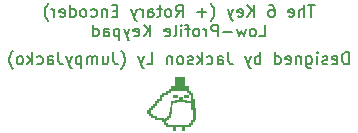
<source format=gbr>
%TF.GenerationSoftware,KiCad,Pcbnew,(5.1.10)-1*%
%TF.CreationDate,2022-07-13T10:10:06+10:00*%
%TF.ProjectId,6_key_lp_macropad,365f6b65-795f-46c7-905f-6d6163726f70,rev?*%
%TF.SameCoordinates,Original*%
%TF.FileFunction,Legend,Bot*%
%TF.FilePolarity,Positive*%
%FSLAX46Y46*%
G04 Gerber Fmt 4.6, Leading zero omitted, Abs format (unit mm)*
G04 Created by KiCad (PCBNEW (5.1.10)-1) date 2022-07-13 10:10:06*
%MOMM*%
%LPD*%
G01*
G04 APERTURE LIST*
%ADD10C,0.150000*%
%ADD11C,0.010000*%
G04 APERTURE END LIST*
D10*
X791915000Y56617619D02*
X791343571Y56617619D01*
X791629285Y55617619D02*
X791629285Y56617619D01*
X791010238Y55617619D02*
X791010238Y56617619D01*
X790581666Y55617619D02*
X790581666Y56141428D01*
X790629285Y56236666D01*
X790724523Y56284285D01*
X790867380Y56284285D01*
X790962619Y56236666D01*
X791010238Y56189047D01*
X789724523Y55665238D02*
X789819761Y55617619D01*
X790010238Y55617619D01*
X790105476Y55665238D01*
X790153095Y55760476D01*
X790153095Y56141428D01*
X790105476Y56236666D01*
X790010238Y56284285D01*
X789819761Y56284285D01*
X789724523Y56236666D01*
X789676904Y56141428D01*
X789676904Y56046190D01*
X790153095Y55950952D01*
X788057857Y56617619D02*
X788248333Y56617619D01*
X788343571Y56570000D01*
X788391190Y56522380D01*
X788486428Y56379523D01*
X788534047Y56189047D01*
X788534047Y55808095D01*
X788486428Y55712857D01*
X788438809Y55665238D01*
X788343571Y55617619D01*
X788153095Y55617619D01*
X788057857Y55665238D01*
X788010238Y55712857D01*
X787962619Y55808095D01*
X787962619Y56046190D01*
X788010238Y56141428D01*
X788057857Y56189047D01*
X788153095Y56236666D01*
X788343571Y56236666D01*
X788438809Y56189047D01*
X788486428Y56141428D01*
X788534047Y56046190D01*
X786772142Y55617619D02*
X786772142Y56617619D01*
X786200714Y55617619D02*
X786629285Y56189047D01*
X786200714Y56617619D02*
X786772142Y56046190D01*
X785391190Y55665238D02*
X785486428Y55617619D01*
X785676904Y55617619D01*
X785772142Y55665238D01*
X785819761Y55760476D01*
X785819761Y56141428D01*
X785772142Y56236666D01*
X785676904Y56284285D01*
X785486428Y56284285D01*
X785391190Y56236666D01*
X785343571Y56141428D01*
X785343571Y56046190D01*
X785819761Y55950952D01*
X785010238Y56284285D02*
X784772142Y55617619D01*
X784534047Y56284285D02*
X784772142Y55617619D01*
X784867380Y55379523D01*
X784915000Y55331904D01*
X785010238Y55284285D01*
X783105476Y55236666D02*
X783153095Y55284285D01*
X783248333Y55427142D01*
X783295952Y55522380D01*
X783343571Y55665238D01*
X783391190Y55903333D01*
X783391190Y56093809D01*
X783343571Y56331904D01*
X783295952Y56474761D01*
X783248333Y56570000D01*
X783153095Y56712857D01*
X783105476Y56760476D01*
X782724523Y55998571D02*
X781962619Y55998571D01*
X782343571Y55617619D02*
X782343571Y56379523D01*
X780153095Y55617619D02*
X780486428Y56093809D01*
X780724523Y55617619D02*
X780724523Y56617619D01*
X780343571Y56617619D01*
X780248333Y56570000D01*
X780200714Y56522380D01*
X780153095Y56427142D01*
X780153095Y56284285D01*
X780200714Y56189047D01*
X780248333Y56141428D01*
X780343571Y56093809D01*
X780724523Y56093809D01*
X779581666Y55617619D02*
X779676904Y55665238D01*
X779724523Y55712857D01*
X779772142Y55808095D01*
X779772142Y56093809D01*
X779724523Y56189047D01*
X779676904Y56236666D01*
X779581666Y56284285D01*
X779438809Y56284285D01*
X779343571Y56236666D01*
X779295952Y56189047D01*
X779248333Y56093809D01*
X779248333Y55808095D01*
X779295952Y55712857D01*
X779343571Y55665238D01*
X779438809Y55617619D01*
X779581666Y55617619D01*
X778962619Y56284285D02*
X778581666Y56284285D01*
X778819761Y56617619D02*
X778819761Y55760476D01*
X778772142Y55665238D01*
X778676904Y55617619D01*
X778581666Y55617619D01*
X777819761Y55617619D02*
X777819761Y56141428D01*
X777867380Y56236666D01*
X777962619Y56284285D01*
X778153095Y56284285D01*
X778248333Y56236666D01*
X777819761Y55665238D02*
X777915000Y55617619D01*
X778153095Y55617619D01*
X778248333Y55665238D01*
X778295952Y55760476D01*
X778295952Y55855714D01*
X778248333Y55950952D01*
X778153095Y55998571D01*
X777915000Y55998571D01*
X777819761Y56046190D01*
X777343571Y55617619D02*
X777343571Y56284285D01*
X777343571Y56093809D02*
X777295952Y56189047D01*
X777248333Y56236666D01*
X777153095Y56284285D01*
X777057857Y56284285D01*
X776819761Y56284285D02*
X776581666Y55617619D01*
X776343571Y56284285D02*
X776581666Y55617619D01*
X776676904Y55379523D01*
X776724523Y55331904D01*
X776819761Y55284285D01*
X775200714Y56141428D02*
X774867380Y56141428D01*
X774724523Y55617619D02*
X775200714Y55617619D01*
X775200714Y56617619D01*
X774724523Y56617619D01*
X774295952Y56284285D02*
X774295952Y55617619D01*
X774295952Y56189047D02*
X774248333Y56236666D01*
X774153095Y56284285D01*
X774010238Y56284285D01*
X773915000Y56236666D01*
X773867380Y56141428D01*
X773867380Y55617619D01*
X772962619Y55665238D02*
X773057857Y55617619D01*
X773248333Y55617619D01*
X773343571Y55665238D01*
X773391190Y55712857D01*
X773438809Y55808095D01*
X773438809Y56093809D01*
X773391190Y56189047D01*
X773343571Y56236666D01*
X773248333Y56284285D01*
X773057857Y56284285D01*
X772962619Y56236666D01*
X772391190Y55617619D02*
X772486428Y55665238D01*
X772534047Y55712857D01*
X772581666Y55808095D01*
X772581666Y56093809D01*
X772534047Y56189047D01*
X772486428Y56236666D01*
X772391190Y56284285D01*
X772248333Y56284285D01*
X772153095Y56236666D01*
X772105476Y56189047D01*
X772057857Y56093809D01*
X772057857Y55808095D01*
X772105476Y55712857D01*
X772153095Y55665238D01*
X772248333Y55617619D01*
X772391190Y55617619D01*
X771200714Y55617619D02*
X771200714Y56617619D01*
X771200714Y55665238D02*
X771295952Y55617619D01*
X771486428Y55617619D01*
X771581666Y55665238D01*
X771629285Y55712857D01*
X771676904Y55808095D01*
X771676904Y56093809D01*
X771629285Y56189047D01*
X771581666Y56236666D01*
X771486428Y56284285D01*
X771295952Y56284285D01*
X771200714Y56236666D01*
X770343571Y55665238D02*
X770438809Y55617619D01*
X770629285Y55617619D01*
X770724523Y55665238D01*
X770772142Y55760476D01*
X770772142Y56141428D01*
X770724523Y56236666D01*
X770629285Y56284285D01*
X770438809Y56284285D01*
X770343571Y56236666D01*
X770295952Y56141428D01*
X770295952Y56046190D01*
X770772142Y55950952D01*
X769867380Y55617619D02*
X769867380Y56284285D01*
X769867380Y56093809D02*
X769819761Y56189047D01*
X769772142Y56236666D01*
X769676904Y56284285D01*
X769581666Y56284285D01*
X769343571Y55236666D02*
X769295952Y55284285D01*
X769200714Y55427142D01*
X769153095Y55522380D01*
X769105476Y55665238D01*
X769057857Y55903333D01*
X769057857Y56093809D01*
X769105476Y56331904D01*
X769153095Y56474761D01*
X769200714Y56570000D01*
X769295952Y56712857D01*
X769343571Y56760476D01*
X787224523Y53967619D02*
X787700714Y53967619D01*
X787700714Y54967619D01*
X786748333Y53967619D02*
X786843571Y54015238D01*
X786891190Y54062857D01*
X786938809Y54158095D01*
X786938809Y54443809D01*
X786891190Y54539047D01*
X786843571Y54586666D01*
X786748333Y54634285D01*
X786605476Y54634285D01*
X786510238Y54586666D01*
X786462619Y54539047D01*
X786415000Y54443809D01*
X786415000Y54158095D01*
X786462619Y54062857D01*
X786510238Y54015238D01*
X786605476Y53967619D01*
X786748333Y53967619D01*
X786081666Y54634285D02*
X785891190Y53967619D01*
X785700714Y54443809D01*
X785510238Y53967619D01*
X785319761Y54634285D01*
X784938809Y54348571D02*
X784176904Y54348571D01*
X783700714Y53967619D02*
X783700714Y54967619D01*
X783319761Y54967619D01*
X783224523Y54920000D01*
X783176904Y54872380D01*
X783129285Y54777142D01*
X783129285Y54634285D01*
X783176904Y54539047D01*
X783224523Y54491428D01*
X783319761Y54443809D01*
X783700714Y54443809D01*
X782700714Y53967619D02*
X782700714Y54634285D01*
X782700714Y54443809D02*
X782653095Y54539047D01*
X782605476Y54586666D01*
X782510238Y54634285D01*
X782415000Y54634285D01*
X781938809Y53967619D02*
X782034047Y54015238D01*
X782081666Y54062857D01*
X782129285Y54158095D01*
X782129285Y54443809D01*
X782081666Y54539047D01*
X782034047Y54586666D01*
X781938809Y54634285D01*
X781795952Y54634285D01*
X781700714Y54586666D01*
X781653095Y54539047D01*
X781605476Y54443809D01*
X781605476Y54158095D01*
X781653095Y54062857D01*
X781700714Y54015238D01*
X781795952Y53967619D01*
X781938809Y53967619D01*
X781319761Y54634285D02*
X780938809Y54634285D01*
X781176904Y53967619D02*
X781176904Y54824761D01*
X781129285Y54920000D01*
X781034047Y54967619D01*
X780938809Y54967619D01*
X780605476Y53967619D02*
X780605476Y54634285D01*
X780605476Y54967619D02*
X780653095Y54920000D01*
X780605476Y54872380D01*
X780557857Y54920000D01*
X780605476Y54967619D01*
X780605476Y54872380D01*
X779986428Y53967619D02*
X780081666Y54015238D01*
X780129285Y54110476D01*
X780129285Y54967619D01*
X779224523Y54015238D02*
X779319761Y53967619D01*
X779510238Y53967619D01*
X779605476Y54015238D01*
X779653095Y54110476D01*
X779653095Y54491428D01*
X779605476Y54586666D01*
X779510238Y54634285D01*
X779319761Y54634285D01*
X779224523Y54586666D01*
X779176904Y54491428D01*
X779176904Y54396190D01*
X779653095Y54300952D01*
X777986428Y53967619D02*
X777986428Y54967619D01*
X777415000Y53967619D02*
X777843571Y54539047D01*
X777415000Y54967619D02*
X777986428Y54396190D01*
X776605476Y54015238D02*
X776700714Y53967619D01*
X776891190Y53967619D01*
X776986428Y54015238D01*
X777034047Y54110476D01*
X777034047Y54491428D01*
X776986428Y54586666D01*
X776891190Y54634285D01*
X776700714Y54634285D01*
X776605476Y54586666D01*
X776557857Y54491428D01*
X776557857Y54396190D01*
X777034047Y54300952D01*
X776224523Y54634285D02*
X775986428Y53967619D01*
X775748333Y54634285D02*
X775986428Y53967619D01*
X776081666Y53729523D01*
X776129285Y53681904D01*
X776224523Y53634285D01*
X775367380Y54634285D02*
X775367380Y53634285D01*
X775367380Y54586666D02*
X775272142Y54634285D01*
X775081666Y54634285D01*
X774986428Y54586666D01*
X774938809Y54539047D01*
X774891190Y54443809D01*
X774891190Y54158095D01*
X774938809Y54062857D01*
X774986428Y54015238D01*
X775081666Y53967619D01*
X775272142Y53967619D01*
X775367380Y54015238D01*
X774034047Y53967619D02*
X774034047Y54491428D01*
X774081666Y54586666D01*
X774176904Y54634285D01*
X774367380Y54634285D01*
X774462619Y54586666D01*
X774034047Y54015238D02*
X774129285Y53967619D01*
X774367380Y53967619D01*
X774462619Y54015238D01*
X774510238Y54110476D01*
X774510238Y54205714D01*
X774462619Y54300952D01*
X774367380Y54348571D01*
X774129285Y54348571D01*
X774034047Y54396190D01*
X773129285Y53967619D02*
X773129285Y54967619D01*
X773129285Y54015238D02*
X773224523Y53967619D01*
X773415000Y53967619D01*
X773510238Y54015238D01*
X773557857Y54062857D01*
X773605476Y54158095D01*
X773605476Y54443809D01*
X773557857Y54539047D01*
X773510238Y54586666D01*
X773415000Y54634285D01*
X773224523Y54634285D01*
X773129285Y54586666D01*
X794772142Y51617619D02*
X794772142Y52617619D01*
X794534047Y52617619D01*
X794391190Y52570000D01*
X794295952Y52474761D01*
X794248333Y52379523D01*
X794200714Y52189047D01*
X794200714Y52046190D01*
X794248333Y51855714D01*
X794295952Y51760476D01*
X794391190Y51665238D01*
X794534047Y51617619D01*
X794772142Y51617619D01*
X793391190Y51665238D02*
X793486428Y51617619D01*
X793676904Y51617619D01*
X793772142Y51665238D01*
X793819761Y51760476D01*
X793819761Y52141428D01*
X793772142Y52236666D01*
X793676904Y52284285D01*
X793486428Y52284285D01*
X793391190Y52236666D01*
X793343571Y52141428D01*
X793343571Y52046190D01*
X793819761Y51950952D01*
X792962619Y51665238D02*
X792867380Y51617619D01*
X792676904Y51617619D01*
X792581666Y51665238D01*
X792534047Y51760476D01*
X792534047Y51808095D01*
X792581666Y51903333D01*
X792676904Y51950952D01*
X792819761Y51950952D01*
X792915000Y51998571D01*
X792962619Y52093809D01*
X792962619Y52141428D01*
X792915000Y52236666D01*
X792819761Y52284285D01*
X792676904Y52284285D01*
X792581666Y52236666D01*
X792105476Y51617619D02*
X792105476Y52284285D01*
X792105476Y52617619D02*
X792153095Y52570000D01*
X792105476Y52522380D01*
X792057857Y52570000D01*
X792105476Y52617619D01*
X792105476Y52522380D01*
X791200714Y52284285D02*
X791200714Y51474761D01*
X791248333Y51379523D01*
X791295952Y51331904D01*
X791391190Y51284285D01*
X791534047Y51284285D01*
X791629285Y51331904D01*
X791200714Y51665238D02*
X791295952Y51617619D01*
X791486428Y51617619D01*
X791581666Y51665238D01*
X791629285Y51712857D01*
X791676904Y51808095D01*
X791676904Y52093809D01*
X791629285Y52189047D01*
X791581666Y52236666D01*
X791486428Y52284285D01*
X791295952Y52284285D01*
X791200714Y52236666D01*
X790724523Y52284285D02*
X790724523Y51617619D01*
X790724523Y52189047D02*
X790676904Y52236666D01*
X790581666Y52284285D01*
X790438809Y52284285D01*
X790343571Y52236666D01*
X790295952Y52141428D01*
X790295952Y51617619D01*
X789438809Y51665238D02*
X789534047Y51617619D01*
X789724523Y51617619D01*
X789819761Y51665238D01*
X789867380Y51760476D01*
X789867380Y52141428D01*
X789819761Y52236666D01*
X789724523Y52284285D01*
X789534047Y52284285D01*
X789438809Y52236666D01*
X789391190Y52141428D01*
X789391190Y52046190D01*
X789867380Y51950952D01*
X788534047Y51617619D02*
X788534047Y52617619D01*
X788534047Y51665238D02*
X788629285Y51617619D01*
X788819761Y51617619D01*
X788915000Y51665238D01*
X788962619Y51712857D01*
X789010238Y51808095D01*
X789010238Y52093809D01*
X788962619Y52189047D01*
X788915000Y52236666D01*
X788819761Y52284285D01*
X788629285Y52284285D01*
X788534047Y52236666D01*
X787295952Y51617619D02*
X787295952Y52617619D01*
X787295952Y52236666D02*
X787200714Y52284285D01*
X787010238Y52284285D01*
X786915000Y52236666D01*
X786867380Y52189047D01*
X786819761Y52093809D01*
X786819761Y51808095D01*
X786867380Y51712857D01*
X786915000Y51665238D01*
X787010238Y51617619D01*
X787200714Y51617619D01*
X787295952Y51665238D01*
X786486428Y52284285D02*
X786248333Y51617619D01*
X786010238Y52284285D02*
X786248333Y51617619D01*
X786343571Y51379523D01*
X786391190Y51331904D01*
X786486428Y51284285D01*
X784581666Y52617619D02*
X784581666Y51903333D01*
X784629285Y51760476D01*
X784724523Y51665238D01*
X784867380Y51617619D01*
X784962619Y51617619D01*
X783676904Y51617619D02*
X783676904Y52141428D01*
X783724523Y52236666D01*
X783819761Y52284285D01*
X784010238Y52284285D01*
X784105476Y52236666D01*
X783676904Y51665238D02*
X783772142Y51617619D01*
X784010238Y51617619D01*
X784105476Y51665238D01*
X784153095Y51760476D01*
X784153095Y51855714D01*
X784105476Y51950952D01*
X784010238Y51998571D01*
X783772142Y51998571D01*
X783676904Y52046190D01*
X782772142Y51665238D02*
X782867380Y51617619D01*
X783057857Y51617619D01*
X783153095Y51665238D01*
X783200714Y51712857D01*
X783248333Y51808095D01*
X783248333Y52093809D01*
X783200714Y52189047D01*
X783153095Y52236666D01*
X783057857Y52284285D01*
X782867380Y52284285D01*
X782772142Y52236666D01*
X782343571Y51617619D02*
X782343571Y52617619D01*
X782248333Y51998571D02*
X781962619Y51617619D01*
X781962619Y52284285D02*
X782343571Y51903333D01*
X781581666Y51665238D02*
X781486428Y51617619D01*
X781295952Y51617619D01*
X781200714Y51665238D01*
X781153095Y51760476D01*
X781153095Y51808095D01*
X781200714Y51903333D01*
X781295952Y51950952D01*
X781438809Y51950952D01*
X781534047Y51998571D01*
X781581666Y52093809D01*
X781581666Y52141428D01*
X781534047Y52236666D01*
X781438809Y52284285D01*
X781295952Y52284285D01*
X781200714Y52236666D01*
X780581666Y51617619D02*
X780676904Y51665238D01*
X780724523Y51712857D01*
X780772142Y51808095D01*
X780772142Y52093809D01*
X780724523Y52189047D01*
X780676904Y52236666D01*
X780581666Y52284285D01*
X780438809Y52284285D01*
X780343571Y52236666D01*
X780295952Y52189047D01*
X780248333Y52093809D01*
X780248333Y51808095D01*
X780295952Y51712857D01*
X780343571Y51665238D01*
X780438809Y51617619D01*
X780581666Y51617619D01*
X779819761Y52284285D02*
X779819761Y51617619D01*
X779819761Y52189047D02*
X779772142Y52236666D01*
X779676904Y52284285D01*
X779534047Y52284285D01*
X779438809Y52236666D01*
X779391190Y52141428D01*
X779391190Y51617619D01*
X777676904Y51617619D02*
X778153095Y51617619D01*
X778153095Y52617619D01*
X777438809Y52284285D02*
X777200714Y51617619D01*
X776962619Y52284285D02*
X777200714Y51617619D01*
X777295952Y51379523D01*
X777343571Y51331904D01*
X777438809Y51284285D01*
X775534047Y51236666D02*
X775581666Y51284285D01*
X775676904Y51427142D01*
X775724523Y51522380D01*
X775772142Y51665238D01*
X775819761Y51903333D01*
X775819761Y52093809D01*
X775772142Y52331904D01*
X775724523Y52474761D01*
X775676904Y52570000D01*
X775581666Y52712857D01*
X775534047Y52760476D01*
X774867380Y52617619D02*
X774867380Y51903333D01*
X774915000Y51760476D01*
X775010238Y51665238D01*
X775153095Y51617619D01*
X775248333Y51617619D01*
X773962619Y52284285D02*
X773962619Y51617619D01*
X774391190Y52284285D02*
X774391190Y51760476D01*
X774343571Y51665238D01*
X774248333Y51617619D01*
X774105476Y51617619D01*
X774010238Y51665238D01*
X773962619Y51712857D01*
X773486428Y51617619D02*
X773486428Y52284285D01*
X773486428Y52189047D02*
X773438809Y52236666D01*
X773343571Y52284285D01*
X773200714Y52284285D01*
X773105476Y52236666D01*
X773057857Y52141428D01*
X773057857Y51617619D01*
X773057857Y52141428D02*
X773010238Y52236666D01*
X772915000Y52284285D01*
X772772142Y52284285D01*
X772676904Y52236666D01*
X772629285Y52141428D01*
X772629285Y51617619D01*
X772153095Y52284285D02*
X772153095Y51284285D01*
X772153095Y52236666D02*
X772057857Y52284285D01*
X771867380Y52284285D01*
X771772142Y52236666D01*
X771724523Y52189047D01*
X771676904Y52093809D01*
X771676904Y51808095D01*
X771724523Y51712857D01*
X771772142Y51665238D01*
X771867380Y51617619D01*
X772057857Y51617619D01*
X772153095Y51665238D01*
X771343571Y52284285D02*
X771105476Y51617619D01*
X770867380Y52284285D02*
X771105476Y51617619D01*
X771200714Y51379523D01*
X771248333Y51331904D01*
X771343571Y51284285D01*
X770200714Y52617619D02*
X770200714Y51903333D01*
X770248333Y51760476D01*
X770343571Y51665238D01*
X770486428Y51617619D01*
X770581666Y51617619D01*
X769295952Y51617619D02*
X769295952Y52141428D01*
X769343571Y52236666D01*
X769438809Y52284285D01*
X769629285Y52284285D01*
X769724523Y52236666D01*
X769295952Y51665238D02*
X769391190Y51617619D01*
X769629285Y51617619D01*
X769724523Y51665238D01*
X769772142Y51760476D01*
X769772142Y51855714D01*
X769724523Y51950952D01*
X769629285Y51998571D01*
X769391190Y51998571D01*
X769295952Y52046190D01*
X768391190Y51665238D02*
X768486428Y51617619D01*
X768676904Y51617619D01*
X768772142Y51665238D01*
X768819761Y51712857D01*
X768867380Y51808095D01*
X768867380Y52093809D01*
X768819761Y52189047D01*
X768772142Y52236666D01*
X768676904Y52284285D01*
X768486428Y52284285D01*
X768391190Y52236666D01*
X767962619Y51617619D02*
X767962619Y52617619D01*
X767867380Y51998571D02*
X767581666Y51617619D01*
X767581666Y52284285D02*
X767962619Y51903333D01*
X767010238Y51617619D02*
X767105476Y51665238D01*
X767153095Y51712857D01*
X767200714Y51808095D01*
X767200714Y52093809D01*
X767153095Y52189047D01*
X767105476Y52236666D01*
X767010238Y52284285D01*
X766867380Y52284285D01*
X766772142Y52236666D01*
X766724523Y52189047D01*
X766676904Y52093809D01*
X766676904Y51808095D01*
X766724523Y51712857D01*
X766772142Y51665238D01*
X766867380Y51617619D01*
X767010238Y51617619D01*
X766343571Y51236666D02*
X766295952Y51284285D01*
X766200714Y51427142D01*
X766153095Y51522380D01*
X766105476Y51665238D01*
X766057857Y51903333D01*
X766057857Y52093809D01*
X766105476Y52331904D01*
X766153095Y52474761D01*
X766200714Y52570000D01*
X766295952Y52712857D01*
X766343571Y52760476D01*
D11*
%TO.C,G\u002A\u002A\u002A*%
G36*
X779536160Y49316640D02*
G01*
X779292320Y49316640D01*
X779292320Y49154080D01*
X778967200Y49154080D01*
X778967200Y48991520D01*
X778804640Y48991520D01*
X778804640Y48666400D01*
X778560800Y48666400D01*
X778560800Y48503840D01*
X778398240Y48503840D01*
X778398240Y48260000D01*
X778235680Y48260000D01*
X778235680Y48097440D01*
X778073120Y48097440D01*
X778073120Y47934880D01*
X777910560Y47934880D01*
X777910560Y47772320D01*
X777748000Y47772320D01*
X777748000Y47447200D01*
X777910560Y47447200D01*
X777910560Y47284640D01*
X778073120Y47284640D01*
X778073120Y47122080D01*
X778398240Y47122080D01*
X778398240Y46959520D01*
X778967200Y46959520D01*
X778967200Y46796960D01*
X779129760Y46796960D01*
X779129760Y46553120D01*
X779292320Y46553120D01*
X779292320Y46390560D01*
X779942560Y46390560D01*
X779942560Y46065440D01*
X780105120Y46065440D01*
X780105120Y46390560D01*
X780674080Y46390560D01*
X780674080Y46065440D01*
X780836640Y46065440D01*
X780836640Y46390560D01*
X781324320Y46390560D01*
X781324320Y46553120D01*
X781486880Y46553120D01*
X781486880Y46796960D01*
X781649440Y46796960D01*
X781649440Y46959520D01*
X781812000Y46959520D01*
X781812000Y47853600D01*
X781730720Y47853600D01*
X781730720Y47040800D01*
X781649440Y47040800D01*
X781649440Y47853600D01*
X781568160Y47853600D01*
X781568160Y46878240D01*
X781405600Y46878240D01*
X781405600Y46634400D01*
X781243040Y46634400D01*
X781243040Y46471840D01*
X779373600Y46471840D01*
X779373600Y46634400D01*
X779211040Y46634400D01*
X779211040Y46878240D01*
X779292320Y46878240D01*
X779292320Y46959520D01*
X779454880Y46959520D01*
X779454880Y47122080D01*
X779617440Y47122080D01*
X779617440Y47447200D01*
X779698720Y47447200D01*
X779698720Y47934880D01*
X779780000Y47934880D01*
X779780000Y48260000D01*
X779861280Y48260000D01*
X779861280Y48422560D01*
X780186400Y48422560D01*
X780186400Y48503840D01*
X780917920Y48503840D01*
X780917920Y48422560D01*
X781405600Y48422560D01*
X781405600Y47853600D01*
X781568160Y47853600D01*
X781649440Y47853600D01*
X781730720Y47853600D01*
X781812000Y47853600D01*
X781812000Y47934880D01*
X781649440Y47934880D01*
X781649440Y48585120D01*
X781568160Y48585120D01*
X781568160Y47934880D01*
X781486880Y47934880D01*
X781486880Y48503840D01*
X780999200Y48503840D01*
X780999200Y48585120D01*
X780105120Y48585120D01*
X780105120Y48503840D01*
X779780000Y48503840D01*
X779780000Y48341280D01*
X779698720Y48341280D01*
X779698720Y48016160D01*
X779617440Y48016160D01*
X779617440Y47528480D01*
X779536160Y47528480D01*
X779536160Y47203360D01*
X779373600Y47203360D01*
X779373600Y47040800D01*
X779211040Y47040800D01*
X779211040Y46959520D01*
X779048480Y46959520D01*
X779048480Y47040800D01*
X778479520Y47040800D01*
X778479520Y47203360D01*
X778154400Y47203360D01*
X778154400Y47365920D01*
X777991840Y47365920D01*
X777991840Y47528480D01*
X777829280Y47528480D01*
X777829280Y47691040D01*
X777991840Y47691040D01*
X777991840Y47853600D01*
X778154400Y47853600D01*
X778154400Y48016160D01*
X778316960Y48016160D01*
X778316960Y48178720D01*
X778479520Y48178720D01*
X778479520Y48422560D01*
X778642080Y48422560D01*
X778642080Y48585120D01*
X778885920Y48585120D01*
X778885920Y48910240D01*
X779048480Y48910240D01*
X779048480Y49072800D01*
X779373600Y49072800D01*
X779373600Y49235360D01*
X779617440Y49235360D01*
X779617440Y49397920D01*
X781080480Y49397920D01*
X781080480Y49235360D01*
X781243040Y49235360D01*
X781243040Y49072800D01*
X781405600Y49072800D01*
X781405600Y48585120D01*
X781568160Y48585120D01*
X781649440Y48585120D01*
X781649440Y48666400D01*
X781486880Y48666400D01*
X781486880Y49154080D01*
X781324320Y49154080D01*
X781324320Y49316640D01*
X781161760Y49316640D01*
X781161760Y49479200D01*
X779536160Y49479200D01*
X779536160Y49316640D01*
G37*
X779536160Y49316640D02*
X779292320Y49316640D01*
X779292320Y49154080D01*
X778967200Y49154080D01*
X778967200Y48991520D01*
X778804640Y48991520D01*
X778804640Y48666400D01*
X778560800Y48666400D01*
X778560800Y48503840D01*
X778398240Y48503840D01*
X778398240Y48260000D01*
X778235680Y48260000D01*
X778235680Y48097440D01*
X778073120Y48097440D01*
X778073120Y47934880D01*
X777910560Y47934880D01*
X777910560Y47772320D01*
X777748000Y47772320D01*
X777748000Y47447200D01*
X777910560Y47447200D01*
X777910560Y47284640D01*
X778073120Y47284640D01*
X778073120Y47122080D01*
X778398240Y47122080D01*
X778398240Y46959520D01*
X778967200Y46959520D01*
X778967200Y46796960D01*
X779129760Y46796960D01*
X779129760Y46553120D01*
X779292320Y46553120D01*
X779292320Y46390560D01*
X779942560Y46390560D01*
X779942560Y46065440D01*
X780105120Y46065440D01*
X780105120Y46390560D01*
X780674080Y46390560D01*
X780674080Y46065440D01*
X780836640Y46065440D01*
X780836640Y46390560D01*
X781324320Y46390560D01*
X781324320Y46553120D01*
X781486880Y46553120D01*
X781486880Y46796960D01*
X781649440Y46796960D01*
X781649440Y46959520D01*
X781812000Y46959520D01*
X781812000Y47853600D01*
X781730720Y47853600D01*
X781730720Y47040800D01*
X781649440Y47040800D01*
X781649440Y47853600D01*
X781568160Y47853600D01*
X781568160Y46878240D01*
X781405600Y46878240D01*
X781405600Y46634400D01*
X781243040Y46634400D01*
X781243040Y46471840D01*
X779373600Y46471840D01*
X779373600Y46634400D01*
X779211040Y46634400D01*
X779211040Y46878240D01*
X779292320Y46878240D01*
X779292320Y46959520D01*
X779454880Y46959520D01*
X779454880Y47122080D01*
X779617440Y47122080D01*
X779617440Y47447200D01*
X779698720Y47447200D01*
X779698720Y47934880D01*
X779780000Y47934880D01*
X779780000Y48260000D01*
X779861280Y48260000D01*
X779861280Y48422560D01*
X780186400Y48422560D01*
X780186400Y48503840D01*
X780917920Y48503840D01*
X780917920Y48422560D01*
X781405600Y48422560D01*
X781405600Y47853600D01*
X781568160Y47853600D01*
X781649440Y47853600D01*
X781730720Y47853600D01*
X781812000Y47853600D01*
X781812000Y47934880D01*
X781649440Y47934880D01*
X781649440Y48585120D01*
X781568160Y48585120D01*
X781568160Y47934880D01*
X781486880Y47934880D01*
X781486880Y48503840D01*
X780999200Y48503840D01*
X780999200Y48585120D01*
X780105120Y48585120D01*
X780105120Y48503840D01*
X779780000Y48503840D01*
X779780000Y48341280D01*
X779698720Y48341280D01*
X779698720Y48016160D01*
X779617440Y48016160D01*
X779617440Y47528480D01*
X779536160Y47528480D01*
X779536160Y47203360D01*
X779373600Y47203360D01*
X779373600Y47040800D01*
X779211040Y47040800D01*
X779211040Y46959520D01*
X779048480Y46959520D01*
X779048480Y47040800D01*
X778479520Y47040800D01*
X778479520Y47203360D01*
X778154400Y47203360D01*
X778154400Y47365920D01*
X777991840Y47365920D01*
X777991840Y47528480D01*
X777829280Y47528480D01*
X777829280Y47691040D01*
X777991840Y47691040D01*
X777991840Y47853600D01*
X778154400Y47853600D01*
X778154400Y48016160D01*
X778316960Y48016160D01*
X778316960Y48178720D01*
X778479520Y48178720D01*
X778479520Y48422560D01*
X778642080Y48422560D01*
X778642080Y48585120D01*
X778885920Y48585120D01*
X778885920Y48910240D01*
X779048480Y48910240D01*
X779048480Y49072800D01*
X779373600Y49072800D01*
X779373600Y49235360D01*
X779617440Y49235360D01*
X779617440Y49397920D01*
X781080480Y49397920D01*
X781080480Y49235360D01*
X781243040Y49235360D01*
X781243040Y49072800D01*
X781405600Y49072800D01*
X781405600Y48585120D01*
X781568160Y48585120D01*
X781649440Y48585120D01*
X781649440Y48666400D01*
X781486880Y48666400D01*
X781486880Y49154080D01*
X781324320Y49154080D01*
X781324320Y49316640D01*
X781161760Y49316640D01*
X781161760Y49479200D01*
X779536160Y49479200D01*
X779536160Y49316640D01*
G36*
X780105120Y49804320D02*
G01*
X779780000Y49804320D01*
X779780000Y49560480D01*
X781161760Y49560480D01*
X781161760Y49804320D01*
X780836640Y49804320D01*
X780836640Y50535840D01*
X780105120Y50535840D01*
X780105120Y49804320D01*
G37*
X780105120Y49804320D02*
X779780000Y49804320D01*
X779780000Y49560480D01*
X781161760Y49560480D01*
X781161760Y49804320D01*
X780836640Y49804320D01*
X780836640Y50535840D01*
X780105120Y50535840D01*
X780105120Y49804320D01*
G36*
X780430240Y48666400D02*
G01*
X780674080Y48666400D01*
X780674080Y48828960D01*
X780430240Y48828960D01*
X780430240Y48666400D01*
G37*
X780430240Y48666400D02*
X780674080Y48666400D01*
X780674080Y48828960D01*
X780430240Y48828960D01*
X780430240Y48666400D01*
G36*
X780836640Y48828960D02*
G01*
X781161760Y48828960D01*
X781161760Y48991520D01*
X780836640Y48991520D01*
X780836640Y48828960D01*
G37*
X780836640Y48828960D02*
X781161760Y48828960D01*
X781161760Y48991520D01*
X780836640Y48991520D01*
X780836640Y48828960D01*
G36*
X779942560Y48828960D02*
G01*
X780267680Y48828960D01*
X780267680Y48991520D01*
X779942560Y48991520D01*
X779942560Y48828960D01*
G37*
X779942560Y48828960D02*
X780267680Y48828960D01*
X780267680Y48991520D01*
X779942560Y48991520D01*
X779942560Y48828960D01*
%TD*%
M02*

</source>
